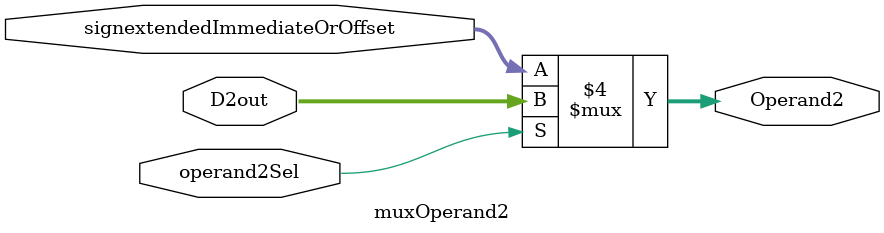
<source format=v>
`timescale 1ns / 1ps

module muxOperand2(D2out, signextendedImmediateOrOffset, operand2Sel, Operand2);

    input [31 : 0] D2out, signextendedImmediateOrOffset;
    input operand2Sel;
    
    output reg [31 : 0]Operand2;

    always@ (*) begin
        
        if(operand2Sel == 1'b1) begin
            Operand2 = D2out;
        end

        else begin
            Operand2 = signextendedImmediateOrOffset;
        end

    end

endmodule

</source>
